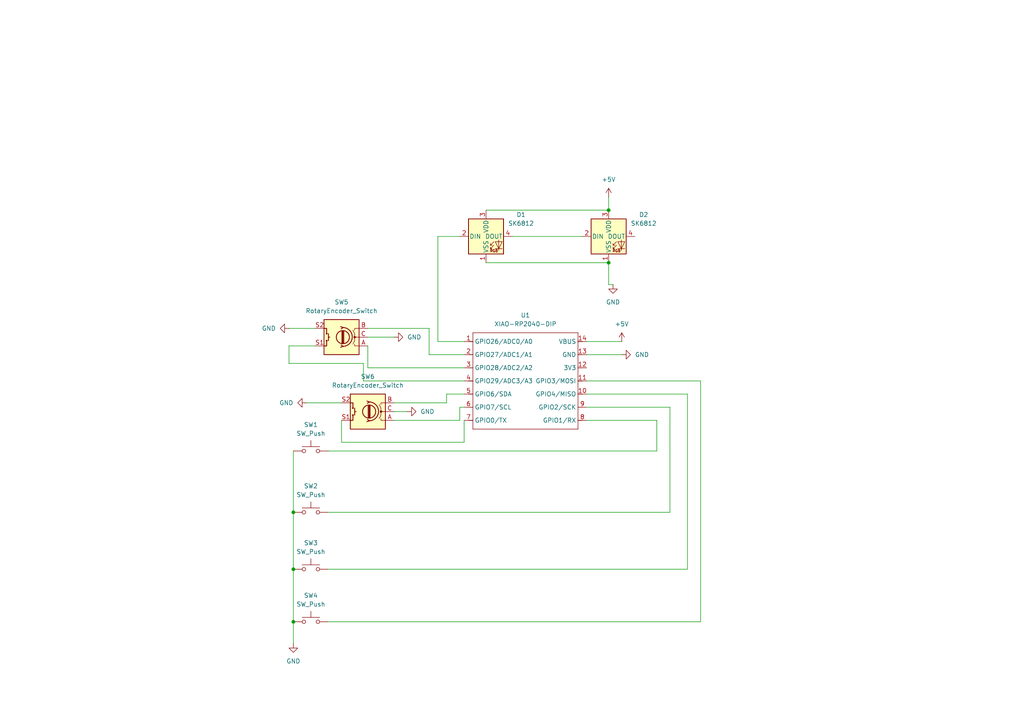
<source format=kicad_sch>
(kicad_sch (version 20231120) (generator "eeschema") (generator_version "8.0")
  (paper "A4")
  (lib_symbols
    (symbol "Device:RotaryEncoder_Switch" (pin_names (offset 0.254) hide)
      (property "Reference" "SW" (at 0 6.604 0))
      (property "Value" "RotaryEncoder_Switch" (at 0 -6.604 0))
      (symbol "RotaryEncoder_Switch_0_1"
        (rectangle (start -5.08 5.08) (end 5.08 -5.08) (stroke (width 0.254)) (fill (type background)))
        (circle (center -3.81 0) (radius 0.254) (fill (type outline)))
        (circle (center -0.381 0) (radius 1.905) (stroke (width 0.254)))
        (arc (start -0.381 2.667) (mid -3.0988 -0.0635) (end -0.381 -2.794) (stroke (width 0.254)))
        (polyline (pts (xy -0.635 -1.778) (xy -0.635 1.778)) (stroke (width 0.254)))
        (polyline (pts (xy -0.381 -1.778) (xy -0.381 1.778)) (stroke (width 0.254)))
        (polyline (pts (xy -0.127 1.778) (xy -0.127 -1.778)) (stroke (width 0.254)))
        (polyline (pts (xy 3.81 0) (xy 3.429 0)) (stroke (width 0.254)))
        (polyline (pts (xy 3.81 1.016) (xy 3.81 -1.016)) (stroke (width 0.254)))
        (polyline (pts (xy -5.08 -2.54) (xy -3.81 -2.54) (xy -3.81 -2.032)))
        (polyline (pts (xy -5.08 2.54) (xy -3.81 2.54) (xy -3.81 2.032)))
        (polyline (pts (xy 0.254 -3.048) (xy -0.508 -2.794) (xy 0.127 -2.413)) (stroke (width 0.254)))
        (polyline (pts (xy 0.254 2.921) (xy -0.508 2.667) (xy 0.127 2.286)) (stroke (width 0.254)))
        (polyline (pts (xy 5.08 -2.54) (xy 4.318 -2.54) (xy 4.318 -1.016)) (stroke (width 0.254)))
        (polyline (pts (xy 5.08 2.54) (xy 4.318 2.54) (xy 4.318 1.016)) (stroke (width 0.254)))
        (polyline (pts (xy -5.08 0) (xy -3.81 0) (xy -3.81 -1.016) (xy -3.302 -2.032)))
        (polyline (pts (xy -4.318 0) (xy -3.81 0) (xy -3.81 1.016) (xy -3.302 2.032)))
        (circle (center 4.318 -1.016) (radius 0.127) (stroke (width 0.254)))
        (circle (center 4.318 1.016) (radius 0.127) (stroke (width 0.254)))
      )
      (symbol "RotaryEncoder_Switch_1_1"
        (pin passive line (at -7.62 2.54 0) (length 2.54) (name "A") (number "A"))
        (pin passive line (at -7.62 -2.54 0) (length 2.54) (name "B") (number "B"))
        (pin passive line (at -7.62 0 0) (length 2.54) (name "C") (number "C"))
        (pin passive line (at 7.62 2.54 180) (length 2.54) (name "S1") (number "S1"))
        (pin passive line (at 7.62 -2.54 180) (length 2.54) (name "S2") (number "S2"))
      )
    )
    (symbol "LED:SK6812" (pin_names (offset 0.254))
      (property "Reference" "D" (at 5.08 5.715 0))
      (property "Value" "SK6812" (at 1.27 -5.715 0))
      (symbol "SK6812_0_0"
        (text "RGB" (at 2.286 -4.191 0) (effects (font (size 0.762 0.762))))
      )
      (symbol "SK6812_0_1"
        (polyline (pts (xy 1.27 -3.556) (xy 1.778 -3.556)))
        (polyline (pts (xy 1.27 -2.54) (xy 1.778 -2.54)))
        (polyline (pts (xy 4.699 -3.556) (xy 2.667 -3.556)))
        (polyline (pts (xy 2.286 -2.54) (xy 1.27 -3.556) (xy 1.27 -3.048)))
        (polyline (pts (xy 2.286 -1.524) (xy 1.27 -2.54) (xy 1.27 -2.032)))
        (polyline (pts (xy 3.683 -1.016) (xy 3.683 -3.556) (xy 3.683 -4.064)))
        (polyline (pts (xy 4.699 -1.524) (xy 2.667 -1.524) (xy 3.683 -3.556) (xy 4.699 -1.524)))
        (rectangle (start 5.08 5.08) (end -5.08 -5.08) (stroke (width 0.254)) (fill (type background)))
      )
      (symbol "SK6812_1_1"
        (pin power_in line (at 0 -7.62 90) (length 2.54) (name "VSS") (number "1"))
        (pin input line (at -7.62 0 0) (length 2.54) (name "DIN") (number "2"))
        (pin power_in line (at 0 7.62 270) (length 2.54) (name "VDD") (number "3"))
        (pin output line (at 7.62 0 180) (length 2.54) (name "DOUT") (number "4"))
      )
    )
    (symbol "OPL:XIAO-RP2040-DIP"
      (property "Reference" "U" (at 0 0 0))
      (property "Value" "XIAO-RP2040-DIP" (at 5.334 -1.778 0))
      (symbol "XIAO-RP2040-DIP_1_0"
        (polyline (pts (xy -1.27 -30.48) (xy -1.27 -16.51)) (stroke (width 0.1524)))
        (polyline (pts (xy -1.27 -27.94) (xy -2.54 -27.94)) (stroke (width 0.1524)))
        (polyline (pts (xy -1.27 -24.13) (xy -2.54 -24.13)) (stroke (width 0.1524)))
        (polyline (pts (xy -1.27 -20.32) (xy -2.54 -20.32)) (stroke (width 0.1524)))
        (polyline (pts (xy -1.27 -16.51) (xy -2.54 -16.51)) (stroke (width 0.1524)))
        (polyline (pts (xy -1.27 -16.51) (xy -1.27 -12.7)) (stroke (width 0.1524)))
        (polyline (pts (xy -1.27 -12.7) (xy -2.54 -12.7)) (stroke (width 0.1524)))
        (polyline (pts (xy -1.27 -12.7) (xy -1.27 -8.89)) (stroke (width 0.1524)))
        (polyline (pts (xy -1.27 -8.89) (xy -2.54 -8.89)) (stroke (width 0.1524)))
        (polyline (pts (xy -1.27 -8.89) (xy -1.27 -5.08)) (stroke (width 0.1524)))
        (polyline (pts (xy -1.27 -5.08) (xy -2.54 -5.08)) (stroke (width 0.1524)))
        (polyline (pts (xy -1.27 -5.08) (xy -1.27 -2.54)) (stroke (width 0.1524)))
        (polyline (pts (xy -1.27 -2.54) (xy 29.21 -2.54)) (stroke (width 0.1524)))
        (polyline (pts (xy 29.21 -30.48) (xy -1.27 -30.48)) (stroke (width 0.1524)))
        (polyline (pts (xy 29.21 -12.7) (xy 29.21 -30.48)) (stroke (width 0.1524)))
        (polyline (pts (xy 29.21 -8.89) (xy 29.21 -12.7)) (stroke (width 0.1524)))
        (polyline (pts (xy 29.21 -5.08) (xy 29.21 -8.89)) (stroke (width 0.1524)))
        (polyline (pts (xy 29.21 -2.54) (xy 29.21 -5.08)) (stroke (width 0.1524)))
        (polyline (pts (xy 30.48 -27.94) (xy 29.21 -27.94)) (stroke (width 0.1524)))
        (polyline (pts (xy 30.48 -24.13) (xy 29.21 -24.13)) (stroke (width 0.1524)))
        (polyline (pts (xy 30.48 -20.32) (xy 29.21 -20.32)) (stroke (width 0.1524)))
        (polyline (pts (xy 30.48 -16.51) (xy 29.21 -16.51)) (stroke (width 0.1524)))
        (polyline (pts (xy 30.48 -12.7) (xy 29.21 -12.7)) (stroke (width 0.1524)))
        (polyline (pts (xy 30.48 -8.89) (xy 29.21 -8.89)) (stroke (width 0.1524)))
        (polyline (pts (xy 30.48 -5.08) (xy 29.21 -5.08)) (stroke (width 0.1524)))
        (pin passive line (at -3.81 -5.08 0) (length 2.54) (name "GPIO26/ADC0/A0") (number "1"))
        (pin passive line (at 31.75 -20.32 180) (length 2.54) (name "GPIO4/MISO") (number "10"))
        (pin passive line (at 31.75 -16.51 180) (length 2.54) (name "GPIO3/MOSI") (number "11"))
        (pin passive line (at 31.75 -12.7 180) (length 2.54) (name "3V3") (number "12"))
        (pin passive line (at 31.75 -8.89 180) (length 2.54) (name "GND") (number "13"))
        (pin passive line (at 31.75 -5.08 180) (length 2.54) (name "VBUS") (number "14"))
        (pin passive line (at -3.81 -8.89 0) (length 2.54) (name "GPIO27/ADC1/A1") (number "2"))
        (pin passive line (at -3.81 -12.7 0) (length 2.54) (name "GPIO28/ADC2/A2") (number "3"))
        (pin passive line (at -3.81 -16.51 0) (length 2.54) (name "GPIO29/ADC3/A3") (number "4"))
        (pin passive line (at -3.81 -20.32 0) (length 2.54) (name "GPIO6/SDA") (number "5"))
        (pin passive line (at -3.81 -24.13 0) (length 2.54) (name "GPIO7/SCL") (number "6"))
        (pin passive line (at -3.81 -27.94 0) (length 2.54) (name "GPIO0/TX") (number "7"))
        (pin passive line (at 31.75 -27.94 180) (length 2.54) (name "GPIO1/RX") (number "8"))
        (pin passive line (at 31.75 -24.13 180) (length 2.54) (name "GPIO2/SCK") (number "9"))
      )
    )
    (symbol "Switch:SW_Push" (pin_numbers hide) (pin_names (offset 1.016) hide)
      (property "Reference" "SW" (at 1.27 2.54 0))
      (property "Value" "SW_Push" (at 0 -1.524 0))
      (symbol "SW_Push_0_1"
        (circle (center -2.032 0) (radius 0.508))
        (polyline (pts (xy 0 1.27) (xy 0 3.048)))
        (polyline (pts (xy 2.54 1.27) (xy -2.54 1.27)))
        (circle (center 2.032 0) (radius 0.508))
        (pin passive line (at -5.08 0 0) (length 2.54) (name "1") (number "1"))
        (pin passive line (at 5.08 0 180) (length 2.54) (name "2") (number "2"))
      )
    )
    (symbol "power:+5V" (power) (pin_numbers hide) (pin_names (offset 0) hide)
      (property "Value" "+5V" (at 0 3.556 0))
      (symbol "+5V_0_1"
        (polyline (pts (xy -0.762 1.27) (xy 0 2.54)))
        (polyline (pts (xy 0 0) (xy 0 2.54)))
        (polyline (pts (xy 0 2.54) (xy 0.762 1.27)))
      )
      (symbol "+5V_1_1"
        (pin power_in line (at 0 0 90) (length 0) (name "~") (number "1"))
      )
    )
    (symbol "power:GND" (power) (pin_numbers hide) (pin_names (offset 0) hide)
      (property "Value" "GND" (at 0 -3.81 0))
      (symbol "GND_0_1"
        (polyline (pts (xy 0 0) (xy 0 -1.27) (xy 1.27 -1.27) (xy 0 -2.54) (xy -1.27 -1.27) (xy 0 -1.27)))
      )
      (symbol "GND_1_1"
        (pin power_in line (at 0 0 270) (length 0) (name "~") (number "1"))
      )
    )
  )
  (junction (at 85.09 165.1))
  (junction (at 85.09 148.59))
  (junction (at 176.53 60.96))
  (junction (at 176.53 76.2))
  (junction (at 85.09 180.34))
  (wire (pts (xy 148.59 68.58) (xy 168.91 68.58)))
  (wire (pts (xy 88.9 116.84) (xy 99.06 116.84)))
  (wire (pts (xy 91.44 100.33) (xy 83.82 100.33)))
  (wire (pts (xy 99.06 121.92) (xy 99.06 128.27)))
  (wire (pts (xy 106.68 106.68) (xy 134.62 106.68)))
  (wire (pts (xy 85.09 180.34) (xy 85.09 186.69)))
  (wire (pts (xy 95.25 180.34) (xy 203.2 180.34)))
  (wire (pts (xy 190.5 121.92) (xy 190.5 130.81)))
  (wire (pts (xy 199.39 165.1) (xy 95.25 165.1)))
  (wire (pts (xy 203.2 180.34) (xy 203.2 110.49)))
  (wire (pts (xy 133.35 68.58) (xy 127 68.58)))
  (wire (pts (xy 129.54 114.3) (xy 134.62 114.3)))
  (wire (pts (xy 127 99.06) (xy 134.62 99.06)))
  (wire (pts (xy 140.97 60.96) (xy 176.53 60.96)))
  (wire (pts (xy 83.82 95.25) (xy 91.44 95.25)))
  (wire (pts (xy 114.3 116.84) (xy 129.54 116.84)))
  (wire (pts (xy 133.35 118.11) (xy 134.62 118.11)))
  (wire (pts (xy 85.09 148.59) (xy 85.09 165.1)))
  (wire (pts (xy 170.18 114.3) (xy 199.39 114.3)))
  (wire (pts (xy 140.97 76.2) (xy 176.53 76.2)))
  (wire (pts (xy 176.53 76.2) (xy 176.53 82.55)))
  (wire (pts (xy 85.09 165.1) (xy 85.09 180.34)))
  (wire (pts (xy 105.41 110.49) (xy 134.62 110.49)))
  (wire (pts (xy 127 68.58) (xy 127 99.06)))
  (wire (pts (xy 170.18 102.87) (xy 180.34 102.87)))
  (wire (pts (xy 133.35 121.92) (xy 133.35 118.11)))
  (wire (pts (xy 83.82 100.33) (xy 83.82 105.41)))
  (wire (pts (xy 194.31 118.11) (xy 194.31 148.59)))
  (wire (pts (xy 106.68 95.25) (xy 124.46 95.25)))
  (wire (pts (xy 85.09 130.81) (xy 85.09 148.59)))
  (wire (pts (xy 170.18 118.11) (xy 194.31 118.11)))
  (wire (pts (xy 99.06 128.27) (xy 134.62 128.27)))
  (wire (pts (xy 124.46 95.25) (xy 124.46 102.87)))
  (wire (pts (xy 134.62 128.27) (xy 134.62 121.92)))
  (wire (pts (xy 106.68 100.33) (xy 106.68 106.68)))
  (wire (pts (xy 199.39 114.3) (xy 199.39 165.1)))
  (wire (pts (xy 124.46 102.87) (xy 134.62 102.87)))
  (wire (pts (xy 114.3 119.38) (xy 118.11 119.38)))
  (wire (pts (xy 170.18 99.06) (xy 180.34 99.06)))
  (wire (pts (xy 95.25 148.59) (xy 194.31 148.59)))
  (wire (pts (xy 83.82 105.41) (xy 105.41 105.41)))
  (wire (pts (xy 176.53 57.15) (xy 176.53 60.96)))
  (wire (pts (xy 176.53 82.55) (xy 177.8 82.55)))
  (wire (pts (xy 95.25 130.81) (xy 190.5 130.81)))
  (wire (pts (xy 114.3 121.92) (xy 133.35 121.92)))
  (wire (pts (xy 170.18 110.49) (xy 203.2 110.49)))
  (wire (pts (xy 170.18 121.92) (xy 190.5 121.92)))
  (wire (pts (xy 105.41 105.41) (xy 105.41 110.49)))
  (wire (pts (xy 129.54 116.84) (xy 129.54 114.3)))
  (wire (pts (xy 106.68 97.79) (xy 114.3 97.79)))
  (symbol (lib_id "Device:RotaryEncoder_Switch") (at 106.68 119.38 180) (unit 1)
    (property "Reference" "SW6" (at 106.68 109.22 0))
    (property "Value" "RotaryEncoder_Switch" (at 106.68 111.76 0))
    (property "Footprint" "Rotary_Encoder:RotaryEncoder_Alps_EC11E-Switch_Vertical_H20mm_CircularMountingHoles" (effects (hide yes)))
    (property "Description" "Rotary encoder, dual channel, incremental quadrate outputs, with switch" (effects (hide yes)))
  )
  (symbol (lib_id "power:+5V") (at 180.34 99.06 0) (unit 1)
    (property "Reference" "#PWR05" (effects (hide yes)))
    (property "Value" "+5V" (at 180.34 93.98 0))
    (property "Description" "Power symbol creates a global label with name \"+5V\"" (effects (hide yes)))
  )
  (symbol (lib_id "power:+5V") (at 176.53 57.15 0) (unit 1)
    (property "Reference" "#PWR04" (effects (hide yes)))
    (property "Value" "+5V" (at 176.53 52.07 0))
    (property "Description" "Power symbol creates a global label with name \"+5V\"" (effects (hide yes)))
  )
  (symbol (lib_id "power:GND") (at 114.3 97.79 90) (unit 1)
    (property "Reference" "#PWR06" (effects (hide yes)))
    (property "Value" "GND" (at 118.11 97.7899 90) (effects (justify right)))
    (property "Description" "Power symbol creates a global label with name \"GND\" , ground" (effects (hide yes)))
  )
  (symbol (lib_id "power:GND") (at 180.34 102.87 90) (unit 1)
    (property "Reference" "#PWR02" (effects (hide yes)))
    (property "Value" "GND" (at 184.15 102.8699 90) (effects (justify right)))
    (property "Description" "Power symbol creates a global label with name \"GND\" , ground" (effects (hide yes)))
  )
  (symbol (lib_id "power:GND") (at 88.9 116.84 270) (unit 1)
    (property "Reference" "#PWR08" (effects (hide yes)))
    (property "Value" "GND" (at 85.09 116.8399 90) (effects (justify right)))
    (property "Description" "Power symbol creates a global label with name \"GND\" , ground" (effects (hide yes)))
  )
  (symbol (lib_id "power:GND") (at 83.82 95.25 270) (unit 1)
    (property "Reference" "#PWR07" (effects (hide yes)))
    (property "Value" "GND" (at 80.01 95.2499 90) (effects (justify right)))
    (property "Description" "Power symbol creates a global label with name \"GND\" , ground" (effects (hide yes)))
  )
  (symbol (lib_id "LED:SK6812") (at 140.97 68.58 0) (unit 1)
    (property "Reference" "D1" (at 151.13 62.2614 0))
    (property "Value" "SK6812" (at 151.13 64.8014 0))
    (property "Footprint" "LED_SMD:LED_SK6812MINI_PLCC4_3.5x3.5mm_P1.75mm" (effects (hide yes)))
    (property "Datasheet" "https://cdn-shop.adafruit.com/product-files/1138/SK6812+LED+datasheet+.pdf" (effects (hide yes)))
    (property "Description" "RGB LED with integrated controller" (effects (hide yes)))
  )
  (symbol (lib_id "OPL:XIAO-RP2040-DIP") (at 138.43 93.98 0) (unit 1)
    (property "Reference" "U1" (at 152.4 91.44 0))
    (property "Value" "XIAO-RP2040-DIP" (at 152.4 93.98 0))
    (property "Footprint" "OPL:XIAO-RP2040-DIP" (effects (hide yes)))
  )
  (symbol (lib_id "power:GND") (at 118.11 119.38 90) (unit 1)
    (property "Reference" "#PWR09" (effects (hide yes)))
    (property "Value" "GND" (at 121.92 119.3799 90) (effects (justify right)))
    (property "Description" "Power symbol creates a global label with name \"GND\" , ground" (effects (hide yes)))
  )
  (symbol (lib_id "Switch:SW_Push") (at 90.17 130.81 0) (unit 1)
    (property "Reference" "SW1" (at 90.17 123.19 0))
    (property "Value" "SW_Push" (at 90.17 125.73 0))
    (property "Footprint" "Button_Switch_Keyboard:SW_Cherry_MX_1.00u_PCB" (effects (hide yes)))
    (property "Description" "Push button switch, generic, two pins" (effects (hide yes)))
  )
  (symbol (lib_id "Switch:SW_Push") (at 90.17 165.1 0) (unit 1)
    (property "Reference" "SW3" (at 90.17 157.48 0))
    (property "Value" "SW_Push" (at 90.17 160.02 0))
    (property "Footprint" "Button_Switch_Keyboard:SW_Cherry_MX_1.00u_PCB" (effects (hide yes)))
    (property "Description" "Push button switch, generic, two pins" (effects (hide yes)))
  )
  (symbol (lib_id "Switch:SW_Push") (at 90.17 148.59 0) (unit 1)
    (property "Reference" "SW2" (at 90.17 140.97 0))
    (property "Value" "SW_Push" (at 90.17 143.51 0))
    (property "Footprint" "Button_Switch_Keyboard:SW_Cherry_MX_1.00u_PCB" (effects (hide yes)))
    (property "Description" "Push button switch, generic, two pins" (effects (hide yes)))
  )
  (symbol (lib_id "power:GND") (at 85.09 186.69 0) (unit 1)
    (property "Reference" "#PWR01" (effects (hide yes)))
    (property "Value" "GND" (at 85.09 191.77 0))
    (property "Description" "Power symbol creates a global label with name \"GND\" , ground" (effects (hide yes)))
  )
  (symbol (lib_id "Device:RotaryEncoder_Switch") (at 99.06 97.79 180) (unit 1)
    (property "Reference" "SW5" (at 99.06 87.63 0))
    (property "Value" "RotaryEncoder_Switch" (at 99.06 90.17 0))
    (property "Footprint" "Rotary_Encoder:RotaryEncoder_Alps_EC11E-Switch_Vertical_H20mm_CircularMountingHoles" (effects (hide yes)))
    (property "Description" "Rotary encoder, dual channel, incremental quadrate outputs, with switch" (effects (hide yes)))
  )
  (symbol (lib_id "LED:SK6812") (at 176.53 68.58 0) (unit 1)
    (property "Reference" "D2" (at 186.69 62.2614 0))
    (property "Value" "SK6812" (at 186.69 64.8014 0))
    (property "Footprint" "LED_SMD:LED_SK6812MINI_PLCC4_3.5x3.5mm_P1.75mm" (effects (hide yes)))
    (property "Datasheet" "https://cdn-shop.adafruit.com/product-files/1138/SK6812+LED+datasheet+.pdf" (effects (hide yes)))
    (property "Description" "RGB LED with integrated controller" (effects (hide yes)))
  )
  (symbol (lib_id "power:GND") (at 177.8 82.55 0) (unit 1)
    (property "Reference" "#PWR03" (effects (hide yes)))
    (property "Value" "GND" (at 177.8 87.63 0))
    (property "Description" "Power symbol creates a global label with name \"GND\" , ground" (effects (hide yes)))
  )
  (symbol (lib_id "Switch:SW_Push") (at 90.17 180.34 0) (unit 1)
    (property "Reference" "SW4" (at 90.17 172.72 0))
    (property "Value" "SW_Push" (at 90.17 175.26 0))
    (property "Footprint" "Button_Switch_Keyboard:SW_Cherry_MX_1.00u_PCB" (effects (hide yes)))
    (property "Description" "Push button switch, generic, two pins" (effects (hide yes)))
  )
)
</source>
